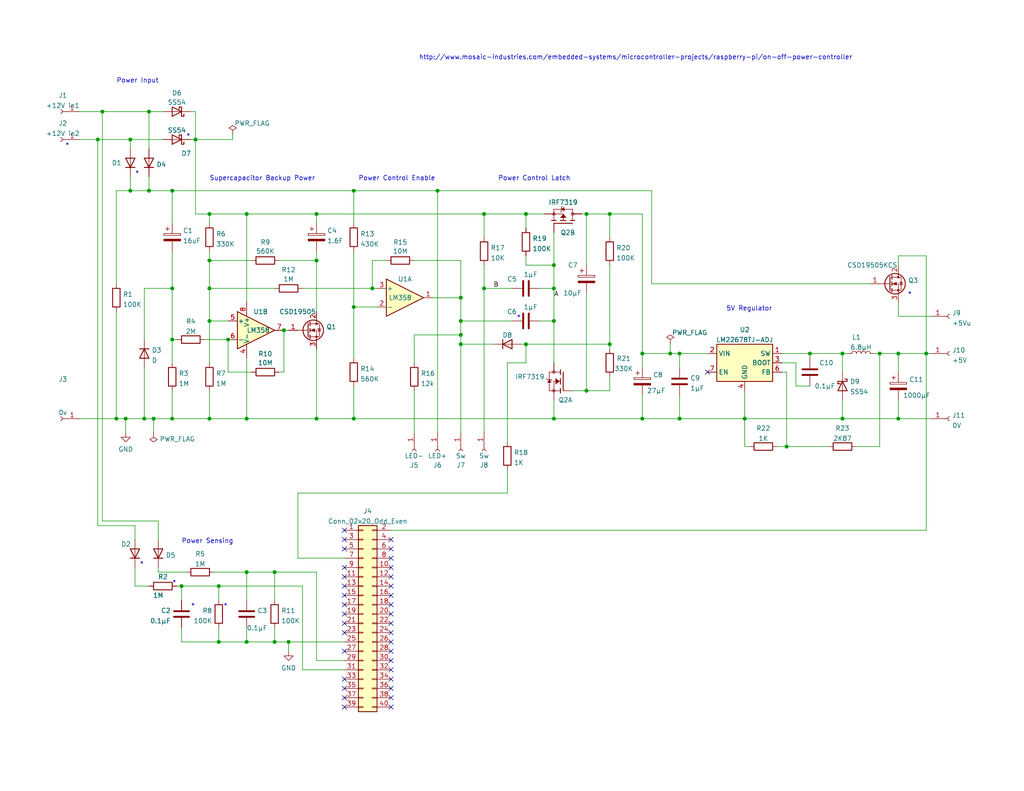
<source format=kicad_sch>
(kicad_sch (version 20211123) (generator eeschema)
  (paper "USLetter")
  (title_block (title "Graceful-Shutdown Power Supply for SBC"))
  (lib_symbols
    (symbol "Amplifier_Operational:LM358" (pin_names (offset 0.127))
      (property "Reference" "U" (at 0 5.08 0))
      (property "Value" "LM358" (at 0 -5.08 0))
      (symbol "LM358_1_1"
        (polyline (pts (xy -5.08 5.08) (xy 5.08 0) (xy -5.08 -5.08) (xy -5.08 5.08)) (stroke (width 0.254)) (fill (type background)))
        (pin output line (at 7.62 0 180) (length 2.54) (name "~") (number "1"))
        (pin input line (at -7.62 -2.54 0) (length 2.54) (name "-") (number "2"))
        (pin input line (at -7.62 2.54 0) (length 2.54) (name "+") (number "3"))
      )
      (symbol "LM358_2_1"
        (polyline (pts (xy -5.08 5.08) (xy 5.08 0) (xy -5.08 -5.08) (xy -5.08 5.08)) (stroke (width 0.254)) (fill (type background)))
        (pin input line (at -7.62 2.54 0) (length 2.54) (name "+") (number "5"))
        (pin input line (at -7.62 -2.54 0) (length 2.54) (name "-") (number "6"))
        (pin output line (at 7.62 0 180) (length 2.54) (name "~") (number "7"))
      )
      (symbol "LM358_3_1"
        (pin power_in line (at -2.54 -7.62 90) (length 3.81) (name "V-") (number "4"))
        (pin power_in line (at -2.54 7.62 270) (length 3.81) (name "V+") (number "8"))
      )
    )
    (symbol "Connector:Conn_01x01_Female" (pin_names (offset 1.016) hide)
      (property "Reference" "J" (at 0 2.54 0))
      (property "Value" "Conn_01x01_Female" (at 0 -2.54 0))
      (symbol "Conn_01x01_Female_1_1"
        (polyline (pts (xy -1.27 0) (xy -0.508 0)) (stroke (width 0.1524)))
        (arc (start 0 0.508) (mid -0.508 0) (end 0 -0.508) (stroke (width 0.1524)))
        (pin passive line (at -5.08 0 0) (length 3.81) (name "Pin_1") (number "1"))
      )
    )
    (symbol "Connector_Generic:Conn_02x20_Odd_Even" (pin_names (offset 1.016) hide)
      (property "Reference" "J" (at 1.27 25.4 0))
      (property "Value" "Conn_02x20_Odd_Even" (at 1.27 -27.94 0))
      (symbol "Conn_02x20_Odd_Even_1_1"
        (rectangle (start -1.27 -25.273) (end 0 -25.527) (stroke (width 0.1524)))
        (rectangle (start -1.27 -22.733) (end 0 -22.987) (stroke (width 0.1524)))
        (rectangle (start -1.27 -20.193) (end 0 -20.447) (stroke (width 0.1524)))
        (rectangle (start -1.27 -17.653) (end 0 -17.907) (stroke (width 0.1524)))
        (rectangle (start -1.27 -15.113) (end 0 -15.367) (stroke (width 0.1524)))
        (rectangle (start -1.27 -12.573) (end 0 -12.827) (stroke (width 0.1524)))
        (rectangle (start -1.27 -10.033) (end 0 -10.287) (stroke (width 0.1524)))
        (rectangle (start -1.27 -7.493) (end 0 -7.747) (stroke (width 0.1524)))
        (rectangle (start -1.27 -4.953) (end 0 -5.207) (stroke (width 0.1524)))
        (rectangle (start -1.27 -2.413) (end 0 -2.667) (stroke (width 0.1524)))
        (rectangle (start -1.27 0.127) (end 0 -0.127) (stroke (width 0.1524)))
        (rectangle (start -1.27 2.667) (end 0 2.413) (stroke (width 0.1524)))
        (rectangle (start -1.27 5.207) (end 0 4.953) (stroke (width 0.1524)))
        (rectangle (start -1.27 7.747) (end 0 7.493) (stroke (width 0.1524)))
        (rectangle (start -1.27 10.287) (end 0 10.033) (stroke (width 0.1524)))
        (rectangle (start -1.27 12.827) (end 0 12.573) (stroke (width 0.1524)))
        (rectangle (start -1.27 15.367) (end 0 15.113) (stroke (width 0.1524)))
        (rectangle (start -1.27 17.907) (end 0 17.653) (stroke (width 0.1524)))
        (rectangle (start -1.27 20.447) (end 0 20.193) (stroke (width 0.1524)))
        (rectangle (start -1.27 22.987) (end 0 22.733) (stroke (width 0.1524)))
        (rectangle (start -1.27 24.13) (end 3.81 -26.67) (stroke (width 0.254)) (fill (type background)))
        (rectangle (start 3.81 -25.273) (end 2.54 -25.527) (stroke (width 0.1524)))
        (rectangle (start 3.81 -22.733) (end 2.54 -22.987) (stroke (width 0.1524)))
        (rectangle (start 3.81 -20.193) (end 2.54 -20.447) (stroke (width 0.1524)))
        (rectangle (start 3.81 -17.653) (end 2.54 -17.907) (stroke (width 0.1524)))
        (rectangle (start 3.81 -15.113) (end 2.54 -15.367) (stroke (width 0.1524)))
        (rectangle (start 3.81 -12.573) (end 2.54 -12.827) (stroke (width 0.1524)))
        (rectangle (start 3.81 -10.033) (end 2.54 -10.287) (stroke (width 0.1524)))
        (rectangle (start 3.81 -7.493) (end 2.54 -7.747) (stroke (width 0.1524)))
        (rectangle (start 3.81 -4.953) (end 2.54 -5.207) (stroke (width 0.1524)))
        (rectangle (start 3.81 -2.413) (end 2.54 -2.667) (stroke (width 0.1524)))
        (rectangle (start 3.81 0.127) (end 2.54 -0.127) (stroke (width 0.1524)))
        (rectangle (start 3.81 2.667) (end 2.54 2.413) (stroke (width 0.1524)))
        (rectangle (start 3.81 5.207) (end 2.54 4.953) (stroke (width 0.1524)))
        (rectangle (start 3.81 7.747) (end 2.54 7.493) (stroke (width 0.1524)))
        (rectangle (start 3.81 10.287) (end 2.54 10.033) (stroke (width 0.1524)))
        (rectangle (start 3.81 12.827) (end 2.54 12.573) (stroke (width 0.1524)))
        (rectangle (start 3.81 15.367) (end 2.54 15.113) (stroke (width 0.1524)))
        (rectangle (start 3.81 17.907) (end 2.54 17.653) (stroke (width 0.1524)))
        (rectangle (start 3.81 20.447) (end 2.54 20.193) (stroke (width 0.1524)))
        (rectangle (start 3.81 22.987) (end 2.54 22.733) (stroke (width 0.1524)))
        (pin passive line (at -5.08 22.86 0) (length 3.81) (name "Pin_1") (number "1"))
        (pin passive line (at 7.62 12.7 180) (length 3.81) (name "Pin_10") (number "10"))
        (pin passive line (at -5.08 10.16 0) (length 3.81) (name "Pin_11") (number "11"))
        (pin passive line (at 7.62 10.16 180) (length 3.81) (name "Pin_12") (number "12"))
        (pin passive line (at -5.08 7.62 0) (length 3.81) (name "Pin_13") (number "13"))
        (pin passive line (at 7.62 7.62 180) (length 3.81) (name "Pin_14") (number "14"))
        (pin passive line (at -5.08 5.08 0) (length 3.81) (name "Pin_15") (number "15"))
        (pin passive line (at 7.62 5.08 180) (length 3.81) (name "Pin_16") (number "16"))
        (pin passive line (at -5.08 2.54 0) (length 3.81) (name "Pin_17") (number "17"))
        (pin passive line (at 7.62 2.54 180) (length 3.81) (name "Pin_18") (number "18"))
        (pin passive line (at -5.08 0 0) (length 3.81) (name "Pin_19") (number "19"))
        (pin passive line (at 7.62 22.86 180) (length 3.81) (name "Pin_2") (number "2"))
        (pin passive line (at 7.62 0 180) (length 3.81) (name "Pin_20") (number "20"))
        (pin passive line (at -5.08 -2.54 0) (length 3.81) (name "Pin_21") (number "21"))
        (pin passive line (at 7.62 -2.54 180) (length 3.81) (name "Pin_22") (number "22"))
        (pin passive line (at -5.08 -5.08 0) (length 3.81) (name "Pin_23") (number "23"))
        (pin passive line (at 7.62 -5.08 180) (length 3.81) (name "Pin_24") (number "24"))
        (pin passive line (at -5.08 -7.62 0) (length 3.81) (name "Pin_25") (number "25"))
        (pin passive line (at 7.62 -7.62 180) (length 3.81) (name "Pin_26") (number "26"))
        (pin passive line (at -5.08 -10.16 0) (length 3.81) (name "Pin_27") (number "27"))
        (pin passive line (at 7.62 -10.16 180) (length 3.81) (name "Pin_28") (number "28"))
        (pin passive line (at -5.08 -12.7 0) (length 3.81) (name "Pin_29") (number "29"))
        (pin passive line (at -5.08 20.32 0) (length 3.81) (name "Pin_3") (number "3"))
        (pin passive line (at 7.62 -12.7 180) (length 3.81) (name "Pin_30") (number "30"))
        (pin passive line (at -5.08 -15.24 0) (length 3.81) (name "Pin_31") (number "31"))
        (pin passive line (at 7.62 -15.24 180) (length 3.81) (name "Pin_32") (number "32"))
        (pin passive line (at -5.08 -17.78 0) (length 3.81) (name "Pin_33") (number "33"))
        (pin passive line (at 7.62 -17.78 180) (length 3.81) (name "Pin_34") (number "34"))
        (pin passive line (at -5.08 -20.32 0) (length 3.81) (name "Pin_35") (number "35"))
        (pin passive line (at 7.62 -20.32 180) (length 3.81) (name "Pin_36") (number "36"))
        (pin passive line (at -5.08 -22.86 0) (length 3.81) (name "Pin_37") (number "37"))
        (pin passive line (at 7.62 -22.86 180) (length 3.81) (name "Pin_38") (number "38"))
        (pin passive line (at -5.08 -25.4 0) (length 3.81) (name "Pin_39") (number "39"))
        (pin passive line (at 7.62 20.32 180) (length 3.81) (name "Pin_4") (number "4"))
        (pin passive line (at 7.62 -25.4 180) (length 3.81) (name "Pin_40") (number "40"))
        (pin passive line (at -5.08 17.78 0) (length 3.81) (name "Pin_5") (number "5"))
        (pin passive line (at 7.62 17.78 180) (length 3.81) (name "Pin_6") (number "6"))
        (pin passive line (at -5.08 15.24 0) (length 3.81) (name "Pin_7") (number "7"))
        (pin passive line (at 7.62 15.24 180) (length 3.81) (name "Pin_8") (number "8"))
        (pin passive line (at -5.08 12.7 0) (length 3.81) (name "Pin_9") (number "9"))
      )
    )
    (symbol "Device:C" (pin_numbers hide) (pin_names (offset 0.254))
      (property "Reference" "C" (at 0.635 2.54 0))
      (property "Value" "C" (at 0.635 -2.54 0))
      (symbol "C_0_1"
        (polyline (pts (xy -2.032 -0.762) (xy 2.032 -0.762)) (stroke (width 0.508)))
        (polyline (pts (xy -2.032 0.762) (xy 2.032 0.762)) (stroke (width 0.508)))
      )
      (symbol "C_1_1"
        (pin passive line (at 0 3.81 270) (length 2.794) (name "~") (number "1"))
        (pin passive line (at 0 -3.81 90) (length 2.794) (name "~") (number "2"))
      )
    )
    (symbol "Device:C_Polarized" (pin_numbers hide) (pin_names (offset 0.254))
      (property "Reference" "C" (at 0.635 2.54 0))
      (property "Value" "C_Polarized" (at 0.635 -2.54 0))
      (symbol "C_Polarized_0_1"
        (rectangle (start -2.286 0.508) (end 2.286 1.016))
        (polyline (pts (xy -1.778 2.286) (xy -0.762 2.286)))
        (polyline (pts (xy -1.27 2.794) (xy -1.27 1.778)))
        (rectangle (start 2.286 -0.508) (end -2.286 -1.016) (fill (type outline)))
      )
      (symbol "C_Polarized_1_1"
        (pin passive line (at 0 3.81 270) (length 2.794) (name "~") (number "1"))
        (pin passive line (at 0 -3.81 90) (length 2.794) (name "~") (number "2"))
      )
    )
    (symbol "Device:D" (pin_numbers hide) (pin_names (offset 1.016) hide)
      (property "Reference" "D" (at 0 2.54 0))
      (property "Value" "D" (at 0 -2.54 0))
      (symbol "D_0_1"
        (polyline (pts (xy -1.27 1.27) (xy -1.27 -1.27)) (stroke (width 0.254)))
        (polyline (pts (xy 1.27 0) (xy -1.27 0)))
        (polyline (pts (xy 1.27 1.27) (xy 1.27 -1.27) (xy -1.27 0) (xy 1.27 1.27)) (stroke (width 0.254)))
      )
      (symbol "D_1_1"
        (pin passive line (at -3.81 0 0) (length 2.54) (name "K") (number "1"))
        (pin passive line (at 3.81 0 180) (length 2.54) (name "A") (number "2"))
      )
    )
    (symbol "Device:D_Schottky" (pin_numbers hide) (pin_names (offset 1.016) hide)
      (property "Reference" "D" (at 0 2.54 0))
      (property "Value" "D_Schottky" (at 0 -2.54 0))
      (symbol "D_Schottky_0_1"
        (polyline (pts (xy 1.27 0) (xy -1.27 0)))
        (polyline (pts (xy 1.27 1.27) (xy 1.27 -1.27) (xy -1.27 0) (xy 1.27 1.27)) (stroke (width 0.254)))
        (polyline (pts (xy -1.905 0.635) (xy -1.905 1.27) (xy -1.27 1.27) (xy -1.27 -1.27) (xy -0.635 -1.27) (xy -0.635 -0.635)) (stroke (width 0.254)))
      )
      (symbol "D_Schottky_1_1"
        (pin passive line (at -3.81 0 0) (length 2.54) (name "K") (number "1"))
        (pin passive line (at 3.81 0 180) (length 2.54) (name "A") (number "2"))
      )
    )
    (symbol "Device:L" (pin_numbers hide) (pin_names (offset 1.016) hide)
      (property "Reference" "L" (at -1.27 0 90))
      (property "Value" "L" (at 1.905 0 90))
      (symbol "L_0_1"
        (arc (start 0 -2.54) (mid 0.635 -1.905) (end 0 -1.27))
        (arc (start 0 -1.27) (mid 0.635 -0.635) (end 0 0))
        (arc (start 0 0) (mid 0.635 0.635) (end 0 1.27))
        (arc (start 0 1.27) (mid 0.635 1.905) (end 0 2.54))
      )
      (symbol "L_1_1"
        (pin passive line (at 0 3.81 270) (length 1.27) (name "1") (number "1"))
        (pin passive line (at 0 -3.81 90) (length 1.27) (name "2") (number "2"))
      )
    )
    (symbol "Device:R" (pin_numbers hide) (pin_names (offset 0))
      (property "Reference" "R" (at 2.032 0 90))
      (property "Value" "R" (at 0 0 90))
      (symbol "R_0_1"
        (rectangle (start -1.016 -2.54) (end 1.016 2.54) (stroke (width 0.254)))
      )
      (symbol "R_1_1"
        (pin passive line (at 0 3.81 270) (length 1.27) (name "~") (number "1"))
        (pin passive line (at 0 -3.81 90) (length 1.27) (name "~") (number "2"))
      )
    )
    (symbol "IRF7319:IRF7319" (pin_numbers hide) (pin_names (offset 1.016) hide)
      (property "Reference" "Q" (at -11.43 2.54 0))
      (property "Value" "IRF7319" (at -11.43 -7.62 0))
      (symbol "IRF7319_1_0"
        (circle (center 0 -2.54) (radius 0.3556))
        (polyline (pts (xy -2.54 2.54) (xy -2.54 -2.54)) (stroke (width 0.254)))
        (polyline (pts (xy -1.778 -2.54) (xy -1.778 -3.175)) (stroke (width 0.254)))
        (polyline (pts (xy -1.778 -1.905) (xy -1.778 -2.54)) (stroke (width 0.254)))
        (polyline (pts (xy -1.778 0) (xy -1.778 -0.762)) (stroke (width 0.254)))
        (polyline (pts (xy -1.778 0) (xy 0 0)) (stroke (width 0.1524)))
        (polyline (pts (xy -1.778 0.762) (xy -1.778 0)) (stroke (width 0.254)))
        (polyline (pts (xy -1.778 2.54) (xy -1.778 1.905)) (stroke (width 0.254)))
        (polyline (pts (xy -1.778 2.54) (xy 1.27 2.54)) (stroke (width 0.1524)))
        (polyline (pts (xy -1.778 3.175) (xy -1.778 2.54)) (stroke (width 0.254)))
        (polyline (pts (xy 0 -2.54) (xy -1.778 -2.54)) (stroke (width 0.1524)))
        (polyline (pts (xy 0 -2.54) (xy 1.27 -2.54)) (stroke (width 0.1524)))
        (polyline (pts (xy 0 0) (xy 0 -2.54)) (stroke (width 0.1524)))
        (polyline (pts (xy 0.762 0.508) (xy 0.508 0.254)) (stroke (width 0.1524)))
        (polyline (pts (xy 1.27 0.508) (xy 0.762 0.508)) (stroke (width 0.1524)))
        (polyline (pts (xy 1.27 0.508) (xy 1.27 -2.54)) (stroke (width 0.1524)))
        (polyline (pts (xy 1.27 2.54) (xy 1.27 0.508)) (stroke (width 0.1524)))
        (polyline (pts (xy 1.778 0.508) (xy 1.27 0.508)) (stroke (width 0.1524)))
        (polyline (pts (xy 2.032 0.762) (xy 1.778 0.508)) (stroke (width 0.1524)))
        (polyline (pts (xy -1.524 0) (xy -0.508 0.762) (xy -0.508 -0.762)) (stroke (width 0.1524)) (fill (type outline)))
        (polyline (pts (xy 1.27 0.508) (xy 0.762 -0.254) (xy 1.778 -0.254)) (stroke (width 0.1524)) (fill (type outline)))
        (circle (center 0 2.54) (radius 0.3556))
        (pin passive line (at 0 -5.08 90) (length 2.54) (name "S1") (number "1"))
        (pin passive line (at -5.08 -2.54 0) (length 2.54) (name "G1") (number "2"))
        (pin passive line (at 0 5.08 270) (length 2.54) (name "D1") (number "7"))
        (pin passive line (at 0 5.08 270) (length 2.54) (name "D1") (number "8"))
      )
      (symbol "IRF7319_2_0"
        (circle (center 0 -2.54) (radius 0.3556))
        (polyline (pts (xy -2.54 -2.54) (xy -2.54 2.54)) (stroke (width 0.254)))
        (polyline (pts (xy -1.778 -3.175) (xy -1.778 -2.54)) (stroke (width 0.254)))
        (polyline (pts (xy -1.778 -2.54) (xy -1.778 -1.905)) (stroke (width 0.254)))
        (polyline (pts (xy -1.778 -2.54) (xy 0 -2.54)) (stroke (width 0.1524)))
        (polyline (pts (xy -1.778 -0.762) (xy -1.778 0)) (stroke (width 0.254)))
        (polyline (pts (xy -1.778 0) (xy -1.778 0.762)) (stroke (width 0.254)))
        (polyline (pts (xy -1.778 0) (xy 0 0)) (stroke (width 0.1524)))
        (polyline (pts (xy -1.778 1.905) (xy -1.778 2.54)) (stroke (width 0.254)))
        (polyline (pts (xy -1.778 2.54) (xy -1.778 3.175)) (stroke (width 0.254)))
        (polyline (pts (xy 0 -2.54) (xy 1.27 -2.54)) (stroke (width 0.1524)))
        (polyline (pts (xy 0 0) (xy 0 -2.54)) (stroke (width 0.1524)))
        (polyline (pts (xy 0 2.54) (xy -1.778 2.54)) (stroke (width 0.1524)))
        (polyline (pts (xy 0 2.54) (xy 1.27 2.54)) (stroke (width 0.1524)))
        (polyline (pts (xy 0.508 -0.762) (xy 0.762 -0.508)) (stroke (width 0.1524)))
        (polyline (pts (xy 0.762 -0.508) (xy 1.27 -0.508)) (stroke (width 0.1524)))
        (polyline (pts (xy 1.27 -0.508) (xy 1.27 -2.54)) (stroke (width 0.1524)))
        (polyline (pts (xy 1.27 -0.508) (xy 1.778 -0.508)) (stroke (width 0.1524)))
        (polyline (pts (xy 1.27 2.54) (xy 1.27 -0.508)) (stroke (width 0.1524)))
        (polyline (pts (xy 1.778 -0.508) (xy 2.032 -0.254)) (stroke (width 0.1524)))
        (polyline (pts (xy 0 0) (xy -1.016 0.762) (xy -1.016 -0.762)) (stroke (width 0.1524)) (fill (type outline)))
        (polyline (pts (xy 1.27 -0.508) (xy 1.778 0.254) (xy 0.762 0.254)) (stroke (width 0.1524)) (fill (type outline)))
        (circle (center 0 2.54) (radius 0.3556))
        (pin passive line (at 0 -5.08 90) (length 2.54) (name "S2") (number "3"))
        (pin passive line (at -5.08 -2.54 0) (length 2.54) (name "G2") (number "4"))
        (pin passive line (at 0 5.08 270) (length 2.54) (name "D2") (number "5"))
        (pin passive line (at 0 5.08 270) (length 2.54) (name "D2") (number "6"))
      )
    )
    (symbol "Regulator_Switching:LM22678TJ-ADJ"
      (property "Reference" "U" (at -6.35 6.35 0))
      (property "Value" "LM22678TJ-ADJ" (at 5.08 6.35 0))
      (symbol "LM22678TJ-ADJ_0_1"
        (rectangle (start -7.62 5.08) (end 7.62 -5.08) (stroke (width 0.254)) (fill (type background)))
      )
      (symbol "LM22678TJ-ADJ_1_1"
        (pin power_out line (at 10.16 2.54 180) (length 2.54) (name "SW") (number "1"))
        (pin power_in line (at -10.16 2.54 0) (length 2.54) (name "VIN") (number "2"))
        (pin passive line (at 10.16 0 180) (length 2.54) (name "BOOT") (number "3"))
        (pin power_in line (at 0 -7.62 90) (length 2.54) (name "GND") (number "4"))
        (pin no_connect line (at -7.62 0 0) (length 2.54) hide (name "NC") (number "5"))
        (pin input line (at 10.16 -2.54 180) (length 2.54) (name "FB") (number "6"))
        (pin input line (at -10.16 -2.54 0) (length 2.54) (name "EN") (number "7"))
        (pin passive line (at 0 -7.62 90) (length 2.54) hide (name "GND") (number "8"))
      )
    )
    (symbol "csd19502q5b:CSD19505KCS" (pin_names hide)
      (property "Reference" "Q" (at 5.08 1.905 0))
      (property "Value" "CSD19505KCS" (at 5.08 0 0))
      (symbol "CSD19505KCS_0_1"
        (polyline (pts (xy 0.254 0) (xy -2.54 0)))
        (polyline (pts (xy 0.254 1.905) (xy 0.254 -1.905)) (stroke (width 0.254)))
        (polyline (pts (xy 0.762 -1.27) (xy 0.762 -2.286)) (stroke (width 0.254)))
        (polyline (pts (xy 0.762 0.508) (xy 0.762 -0.508)) (stroke (width 0.254)))
        (polyline (pts (xy 0.762 2.286) (xy 0.762 1.27)) (stroke (width 0.254)))
        (polyline (pts (xy 2.54 2.54) (xy 2.54 1.778)))
        (polyline (pts (xy 2.54 -2.54) (xy 2.54 0) (xy 0.762 0)))
        (polyline (pts (xy 0.762 -1.778) (xy 3.302 -1.778) (xy 3.302 1.778) (xy 0.762 1.778)))
        (polyline (pts (xy 1.016 0) (xy 2.032 0.381) (xy 2.032 -0.381) (xy 1.016 0)) (fill (type outline)))
        (polyline (pts (xy 2.794 0.508) (xy 2.921 0.381) (xy 3.683 0.381) (xy 3.81 0.254)))
        (polyline (pts (xy 3.302 0.381) (xy 2.921 -0.254) (xy 3.683 -0.254) (xy 3.302 0.381)))
        (circle (center 1.651 0) (radius 2.794) (stroke (width 0.254)))
        (circle (center 2.54 -1.778) (radius 0.254) (fill (type outline)))
        (circle (center 2.54 1.778) (radius 0.254) (fill (type outline)))
      )
      (symbol "CSD19505KCS_1_1"
        (pin passive line (at -5.08 0 0) (length 2.54) (name "G") (number "1"))
        (pin passive line (at 2.54 5.08 270) (length 2.54) (name "D") (number "2"))
        (pin passive line (at 2.54 -5.08 90) (length 2.54) (name "S") (number "3"))
      )
    )
    (symbol "power:GND" (power) (pin_names (offset 0))
      (property "Value" "GND" (at 0 -3.81 0))
      (symbol "GND_0_1"
        (polyline (pts (xy 0 0) (xy 0 -1.27) (xy 1.27 -1.27) (xy 0 -2.54) (xy -1.27 -1.27) (xy 0 -1.27)))
      )
      (symbol "GND_1_1"
        (pin power_in line (at 0 0 270) (length 0) hide (name "GND") (number "1"))
      )
    )
    (symbol "power:PWR_FLAG" (power) (pin_numbers hide) (pin_names (offset 0) hide)
      (property "Value" "PWR_FLAG" (at 0 3.81 0))
      (symbol "PWR_FLAG_0_0"
        (pin power_out line (at 0 0 90) (length 0) (name "pwr") (number "1"))
      )
      (symbol "PWR_FLAG_0_1"
        (polyline (pts (xy 0 0) (xy 0 1.27) (xy -1.016 1.905) (xy 0 2.54) (xy 1.016 1.905) (xy 0 1.27)))
      )
    )
  )
  (junction (at 252.73 96.52))
  (junction (at 86.36 71.12))
  (junction (at 151.13 114.3))
  (junction (at 67.31 156.21))
  (junction (at 96.52 114.3))
  (junction (at 46.99 92.71))
  (junction (at 185.42 96.52))
  (junction (at 151.13 78.74))
  (junction (at 57.15 114.3))
  (junction (at 59.69 175.26))
  (junction (at 53.34 38.1))
  (junction (at 229.87 114.3))
  (junction (at 67.31 58.42))
  (junction (at 119.38 52.07))
  (junction (at 31.75 114.3))
  (junction (at 59.69 160.02))
  (junction (at 67.31 114.3))
  (junction (at 182.88 96.52))
  (junction (at 49.53 160.02))
  (junction (at 77.47 90.17))
  (junction (at 125.73 87.63))
  (junction (at 132.08 78.74))
  (junction (at 86.36 58.42))
  (junction (at 41.91 114.3))
  (junction (at 125.73 93.98))
  (junction (at 101.6 78.74))
  (junction (at 86.36 114.3))
  (junction (at 96.52 52.07))
  (junction (at 185.42 114.3))
  (junction (at 57.15 58.42))
  (junction (at 78.74 175.26))
  (junction (at 220.98 96.52))
  (junction (at 229.87 96.52))
  (junction (at 125.73 91.44))
  (junction (at 175.26 114.3))
  (junction (at 26.67 38.1))
  (junction (at 34.29 114.3))
  (junction (at 151.13 72.39))
  (junction (at 132.08 58.42))
  (junction (at 166.37 58.42))
  (junction (at 143.51 58.42))
  (junction (at 151.13 87.63))
  (junction (at 160.02 58.42))
  (junction (at 245.11 114.3))
  (junction (at 96.52 83.82))
  (junction (at 160.02 106.68))
  (junction (at 203.2 114.3))
  (junction (at 57.15 71.12))
  (junction (at 214.63 121.92))
  (junction (at 39.37 114.3))
  (junction (at 46.99 114.3))
  (junction (at 74.93 156.21))
  (junction (at 67.31 175.26))
  (junction (at 46.99 78.74))
  (junction (at 240.03 96.52))
  (junction (at 125.73 81.28))
  (junction (at 40.64 30.48))
  (junction (at 27.94 30.48))
  (junction (at 57.15 78.74))
  (junction (at 74.93 175.26))
  (junction (at 57.15 87.63))
  (junction (at 62.23 92.71))
  (junction (at 175.26 96.52))
  (junction (at 46.99 52.07))
  (junction (at 245.11 96.52))
  (junction (at 40.64 52.07))
  (junction (at 35.56 52.07))
  (junction (at 143.51 93.98))
  (junction (at 166.37 93.98))
  (junction (at 35.56 38.1))
  (no_connect (at 93.98 157.48))
  (no_connect (at 93.98 154.94))
  (no_connect (at 93.98 149.86))
  (no_connect (at 93.98 147.32))
  (no_connect (at 93.98 144.78))
  (no_connect (at 93.98 160.02))
  (no_connect (at 93.98 162.56))
  (no_connect (at 93.98 165.1))
  (no_connect (at 93.98 172.72))
  (no_connect (at 93.98 170.18))
  (no_connect (at 93.98 167.64))
  (no_connect (at 93.98 177.8))
  (no_connect (at 106.68 167.64))
  (no_connect (at 106.68 170.18))
  (no_connect (at 93.98 185.42))
  (no_connect (at 93.98 193.04))
  (no_connect (at 93.98 190.5))
  (no_connect (at 93.98 187.96))
  (no_connect (at 106.68 182.88))
  (no_connect (at 106.68 185.42))
  (no_connect (at 106.68 187.96))
  (no_connect (at 106.68 190.5))
  (no_connect (at 106.68 193.04))
  (no_connect (at 106.68 172.72))
  (no_connect (at 106.68 175.26))
  (no_connect (at 106.68 177.8))
  (no_connect (at 106.68 180.34))
  (no_connect (at 106.68 149.86))
  (no_connect (at 106.68 147.32))
  (no_connect (at 106.68 152.4))
  (no_connect (at 106.68 162.56))
  (no_connect (at 106.68 165.1))
  (no_connect (at 106.68 154.94))
  (no_connect (at 106.68 157.48))
  (no_connect (at 106.68 160.02))
  (no_connect (at 193.04 101.6))
  (wire (pts (xy 226.06 121.92) (xy 214.63 121.92)))
  (wire (pts (xy 62.23 87.63) (xy 57.15 87.63)))
  (wire (pts (xy 125.73 71.12) (xy 125.73 81.28)))
  (wire (pts (xy 143.51 58.42) (xy 148.59 58.42)))
  (wire (pts (xy 67.31 156.21) (xy 74.93 156.21)))
  (wire (pts (xy 74.93 175.26) (xy 78.74 175.26)))
  (wire (pts (xy 160.02 58.42) (xy 160.02 72.39)))
  (wire (pts (xy 101.6 71.12) (xy 101.6 78.74)))
  (wire (pts (xy 96.52 83.82) (xy 96.52 97.79)))
  (wire (pts (xy 245.11 82.55) (xy 245.11 86.36)))
  (wire (pts (xy 213.36 101.6) (xy 214.63 101.6)))
  (wire (pts (xy 245.11 101.6) (xy 245.11 96.52)))
  (wire (pts (xy 35.56 52.07) (xy 40.64 52.07)))
  (wire (pts (xy 57.15 58.42) (xy 53.34 58.42)))
  (wire (pts (xy 74.93 163.83) (xy 74.93 156.21)))
  (wire (pts (xy 26.67 38.1) (xy 35.56 38.1)))
  (wire (pts (xy 86.36 114.3) (xy 96.52 114.3)))
  (wire (pts (xy 67.31 175.26) (xy 74.93 175.26)))
  (wire (pts (xy 49.53 171.45) (xy 49.53 175.26)))
  (wire (pts (xy 166.37 58.42) (xy 175.26 58.42)))
  (wire (pts (xy 125.73 91.44) (xy 125.73 87.63)))
  (wire (pts (xy 58.42 156.21) (xy 67.31 156.21)))
  (wire (pts (xy 57.15 87.63) (xy 57.15 99.06)))
  (wire (pts (xy 46.99 68.58) (xy 46.99 78.74)))
  (wire (pts (xy 166.37 72.39) (xy 166.37 93.98)))
  (wire (pts (xy 185.42 100.33) (xy 185.42 96.52)))
  (wire (pts (xy 237.49 77.47) (xy 177.8 77.47)))
  (wire (pts (xy 182.88 93.98) (xy 182.88 96.52)))
  (wire (pts (xy 68.58 101.6) (xy 62.23 101.6)))
  (wire (pts (xy 43.18 156.21) (xy 43.18 154.94)))
  (wire (pts (xy 62.23 101.6) (xy 62.23 92.71)))
  (wire (pts (xy 35.56 38.1) (xy 44.45 38.1)))
  (wire (pts (xy 203.2 121.92) (xy 203.2 114.3)))
  (wire (pts (xy 175.26 114.3) (xy 175.26 107.95)))
  (wire (pts (xy 39.37 100.33) (xy 39.37 114.3)))
  (wire (pts (xy 214.63 101.6) (xy 214.63 121.92)))
  (wire (pts (xy 39.37 114.3) (xy 41.91 114.3)))
  (wire (pts (xy 132.08 58.42) (xy 132.08 64.77)))
  (wire (pts (xy 233.68 121.92) (xy 240.03 121.92)))
  (wire (pts (xy 147.32 87.63) (xy 151.13 87.63)))
  (wire (pts (xy 143.51 72.39) (xy 151.13 72.39)))
  (wire (pts (xy 86.36 58.42) (xy 132.08 58.42)))
  (wire (pts (xy 41.91 114.3) (xy 46.99 114.3)))
  (wire (pts (xy 245.11 69.85) (xy 245.11 72.39)))
  (wire (pts (xy 96.52 52.07) (xy 119.38 52.07)))
  (wire (pts (xy 57.15 60.96) (xy 57.15 58.42)))
  (wire (pts (xy 119.38 52.07) (xy 119.38 118.11)))
  (wire (pts (xy 76.2 101.6) (xy 77.47 101.6)))
  (wire (pts (xy 46.99 92.71) (xy 46.99 99.06)))
  (wire (pts (xy 113.03 91.44) (xy 113.03 99.06)))
  (wire (pts (xy 143.51 93.98) (xy 166.37 93.98)))
  (wire (pts (xy 245.11 109.22) (xy 245.11 114.3)))
  (wire (pts (xy 125.73 87.63) (xy 139.7 87.63)))
  (wire (pts (xy 67.31 58.42) (xy 57.15 58.42)))
  (wire (pts (xy 101.6 78.74) (xy 102.87 78.74)))
  (wire (pts (xy 67.31 163.83) (xy 67.31 156.21)))
  (wire (pts (xy 49.53 163.83) (xy 49.53 160.02)))
  (wire (pts (xy 49.53 175.26) (xy 59.69 175.26)))
  (wire (pts (xy 125.73 93.98) (xy 125.73 118.11)))
  (wire (pts (xy 26.67 143.51) (xy 36.83 143.51)))
  (wire (pts (xy 125.73 81.28) (xy 125.73 87.63)))
  (wire (pts (xy 86.36 71.12) (xy 86.36 85.09)))
  (wire (pts (xy 68.58 71.12) (xy 57.15 71.12)))
  (wire (pts (xy 39.37 78.74) (xy 39.37 92.71)))
  (wire (pts (xy 118.11 81.28) (xy 125.73 81.28)))
  (wire (pts (xy 31.75 52.07) (xy 35.56 52.07)))
  (wire (pts (xy 53.34 58.42) (xy 53.34 38.1)))
  (wire (pts (xy 160.02 58.42) (xy 166.37 58.42)))
  (wire (pts (xy 78.74 175.26) (xy 78.74 177.8)))
  (wire (pts (xy 57.15 106.68) (xy 57.15 114.3)))
  (wire (pts (xy 67.31 97.79) (xy 67.31 114.3)))
  (wire (pts (xy 182.88 96.52) (xy 185.42 96.52)))
  (wire (pts (xy 245.11 96.52) (xy 252.73 96.52)))
  (wire (pts (xy 134.62 93.98) (xy 125.73 93.98)))
  (wire (pts (xy 53.34 38.1) (xy 53.34 30.48)))
  (wire (pts (xy 254 114.3) (xy 245.11 114.3)))
  (wire (pts (xy 34.29 118.11) (xy 34.29 114.3)))
  (wire (pts (xy 203.2 106.68) (xy 203.2 114.3)))
  (wire (pts (xy 27.94 30.48) (xy 27.94 142.24)))
  (wire (pts (xy 93.98 182.88) (xy 82.55 182.88)))
  (wire (pts (xy 166.37 102.87) (xy 166.37 106.68)))
  (wire (pts (xy 35.56 38.1) (xy 35.56 40.64)))
  (wire (pts (xy 151.13 63.5) (xy 151.13 72.39)))
  (wire (pts (xy 132.08 78.74) (xy 132.08 118.11)))
  (wire (pts (xy 82.55 182.88) (xy 82.55 160.02)))
  (wire (pts (xy 138.43 120.65) (xy 138.43 99.06)))
  (wire (pts (xy 53.34 38.1) (xy 63.5 38.1)))
  (wire (pts (xy 151.13 109.22) (xy 151.13 114.3)))
  (wire (pts (xy 245.11 114.3) (xy 229.87 114.3)))
  (wire (pts (xy 160.02 80.01) (xy 160.02 106.68)))
  (wire (pts (xy 220.98 96.52) (xy 229.87 96.52)))
  (wire (pts (xy 229.87 101.6) (xy 229.87 96.52)))
  (wire (pts (xy 113.03 91.44) (xy 125.73 91.44)))
  (wire (pts (xy 57.15 78.74) (xy 57.15 87.63)))
  (wire (pts (xy 46.99 78.74) (xy 46.99 92.71)))
  (wire (pts (xy 86.36 95.25) (xy 86.36 114.3)))
  (wire (pts (xy 86.36 60.96) (xy 86.36 58.42)))
  (wire (pts (xy 49.53 160.02) (xy 59.69 160.02)))
  (wire (pts (xy 74.93 78.74) (xy 57.15 78.74)))
  (wire (pts (xy 36.83 154.94) (xy 36.83 160.02)))
  (wire (pts (xy 43.18 147.32) (xy 43.18 142.24)))
  (wire (pts (xy 27.94 30.48) (xy 40.64 30.48)))
  (wire (pts (xy 245.11 96.52) (xy 240.03 96.52)))
  (wire (pts (xy 177.8 52.07) (xy 177.8 77.47)))
  (wire (pts (xy 143.51 62.23) (xy 143.51 58.42)))
  (wire (pts (xy 96.52 60.96) (xy 96.52 52.07)))
  (wire (pts (xy 214.63 121.92) (xy 212.09 121.92)))
  (wire (pts (xy 34.29 114.3) (xy 39.37 114.3)))
  (wire (pts (xy 217.17 105.41) (xy 217.17 99.06)))
  (wire (pts (xy 142.24 93.98) (xy 143.51 93.98)))
  (wire (pts (xy 57.15 68.58) (xy 57.15 71.12)))
  (wire (pts (xy 151.13 78.74) (xy 151.13 87.63)))
  (wire (pts (xy 151.13 87.63) (xy 151.13 99.06)))
  (wire (pts (xy 125.73 91.44) (xy 125.73 93.98)))
  (wire (pts (xy 151.13 72.39) (xy 151.13 78.74)))
  (wire (pts (xy 147.32 78.74) (xy 151.13 78.74)))
  (wire (pts (xy 21.59 38.1) (xy 26.67 38.1)))
  (wire (pts (xy 138.43 134.62) (xy 138.43 128.27)))
  (wire (pts (xy 40.64 48.26) (xy 40.64 52.07)))
  (wire (pts (xy 113.03 106.68) (xy 113.03 118.11)))
  (wire (pts (xy 156.21 106.68) (xy 160.02 106.68)))
  (wire (pts (xy 77.47 101.6) (xy 77.47 90.17)))
  (wire (pts (xy 93.98 152.4) (xy 81.28 152.4)))
  (wire (pts (xy 102.87 83.82) (xy 96.52 83.82)))
  (wire (pts (xy 41.91 118.11) (xy 41.91 114.3)))
  (wire (pts (xy 175.26 114.3) (xy 185.42 114.3)))
  (wire (pts (xy 36.83 143.51) (xy 36.83 147.32)))
  (wire (pts (xy 21.59 30.48) (xy 27.94 30.48)))
  (wire (pts (xy 48.26 160.02) (xy 49.53 160.02)))
  (wire (pts (xy 31.75 52.07) (xy 31.75 77.47)))
  (wire (pts (xy 213.36 96.52) (xy 220.98 96.52)))
  (wire (pts (xy 252.73 96.52) (xy 254 96.52)))
  (wire (pts (xy 138.43 99.06) (xy 143.51 99.06)))
  (wire (pts (xy 229.87 114.3) (xy 203.2 114.3)))
  (wire (pts (xy 220.98 97.79) (xy 220.98 96.52)))
  (wire (pts (xy 40.64 30.48) (xy 44.45 30.48)))
  (wire (pts (xy 67.31 82.55) (xy 67.31 58.42)))
  (wire (pts (xy 46.99 78.74) (xy 39.37 78.74)))
  (wire (pts (xy 76.2 71.12) (xy 86.36 71.12)))
  (wire (pts (xy 21.59 114.3) (xy 31.75 114.3)))
  (wire (pts (xy 96.52 68.58) (xy 96.52 83.82)))
  (wire (pts (xy 143.51 99.06) (xy 143.51 93.98)))
  (wire (pts (xy 166.37 106.68) (xy 160.02 106.68)))
  (wire (pts (xy 252.73 96.52) (xy 252.73 69.85)))
  (wire (pts (xy 96.52 114.3) (xy 151.13 114.3)))
  (wire (pts (xy 27.94 142.24) (xy 43.18 142.24)))
  (wire (pts (xy 220.98 105.41) (xy 217.17 105.41)))
  (wire (pts (xy 106.68 144.78) (xy 252.73 144.78)))
  (wire (pts (xy 82.55 78.74) (xy 101.6 78.74)))
  (wire (pts (xy 143.51 69.85) (xy 143.51 72.39)))
  (wire (pts (xy 36.83 160.02) (xy 40.64 160.02)))
  (wire (pts (xy 185.42 114.3) (xy 203.2 114.3)))
  (wire (pts (xy 77.47 90.17) (xy 78.74 90.17)))
  (wire (pts (xy 166.37 64.77) (xy 166.37 58.42)))
  (wire (pts (xy 52.07 30.48) (xy 53.34 30.48)))
  (wire (pts (xy 40.64 52.07) (xy 46.99 52.07)))
  (wire (pts (xy 46.99 106.68) (xy 46.99 114.3)))
  (wire (pts (xy 240.03 121.92) (xy 240.03 96.52)))
  (wire (pts (xy 59.69 175.26) (xy 67.31 175.26)))
  (wire (pts (xy 46.99 52.07) (xy 46.99 60.96)))
  (wire (pts (xy 132.08 58.42) (xy 143.51 58.42)))
  (wire (pts (xy 86.36 180.34) (xy 86.36 156.21)))
  (wire (pts (xy 50.8 156.21) (xy 43.18 156.21)))
  (wire (pts (xy 252.73 69.85) (xy 245.11 69.85)))
  (wire (pts (xy 74.93 171.45) (xy 74.93 175.26)))
  (wire (pts (xy 229.87 109.22) (xy 229.87 114.3)))
  (wire (pts (xy 26.67 38.1) (xy 26.67 143.51)))
  (wire (pts (xy 193.04 96.52) (xy 185.42 96.52)))
  (wire (pts (xy 229.87 96.52) (xy 231.14 96.52)))
  (wire (pts (xy 96.52 105.41) (xy 96.52 114.3)))
  (wire (pts (xy 139.7 78.74) (xy 132.08 78.74)))
  (wire (pts (xy 57.15 71.12) (xy 57.15 78.74)))
  (wire (pts (xy 31.75 85.09) (xy 31.75 114.3)))
  (wire (pts (xy 105.41 71.12) (xy 101.6 71.12)))
  (wire (pts (xy 67.31 114.3) (xy 86.36 114.3)))
  (wire (pts (xy 86.36 58.42) (xy 67.31 58.42)))
  (wire (pts (xy 175.26 96.52) (xy 182.88 96.52)))
  (wire (pts (xy 35.56 48.26) (xy 35.56 52.07)))
  (wire (pts (xy 46.99 114.3) (xy 57.15 114.3)))
  (wire (pts (xy 175.26 114.3) (xy 151.13 114.3)))
  (wire (pts (xy 31.75 114.3) (xy 34.29 114.3)))
  (wire (pts (xy 57.15 114.3) (xy 67.31 114.3)))
  (wire (pts (xy 252.73 96.52) (xy 252.73 144.78)))
  (wire (pts (xy 238.76 96.52) (xy 240.03 96.52)))
  (wire (pts (xy 62.23 92.71) (xy 55.88 92.71)))
  (wire (pts (xy 158.75 58.42) (xy 160.02 58.42)))
  (wire (pts (xy 46.99 52.07) (xy 96.52 52.07)))
  (wire (pts (xy 113.03 71.12) (xy 125.73 71.12)))
  (wire (pts (xy 185.42 107.95) (xy 185.42 114.3)))
  (wire (pts (xy 175.26 58.42) (xy 175.26 96.52)))
  (wire (pts (xy 86.36 68.58) (xy 86.36 71.12)))
  (wire (pts (xy 81.28 134.62) (xy 138.43 134.62)))
  (wire (pts (xy 132.08 72.39) (xy 132.08 78.74)))
  (wire (pts (xy 93.98 180.34) (xy 86.36 180.34)))
  (wire (pts (xy 74.93 156.21) (xy 86.36 156.21)))
  (wire (pts (xy 217.17 99.06) (xy 213.36 99.06)))
  (wire (pts (xy 48.26 92.71) (xy 46.99 92.71)))
  (wire (pts (xy 78.74 175.26) (xy 93.98 175.26)))
  (wire (pts (xy 59.69 160.02) (xy 82.55 160.02)))
  (wire (pts (xy 175.26 96.52) (xy 175.26 100.33)))
  (wire (pts (xy 59.69 171.45) (xy 59.69 175.26)))
  (wire (pts (xy 40.64 30.48) (xy 40.64 40.64)))
  (wire (pts (xy 81.28 152.4) (xy 81.28 134.62)))
  (wire (pts (xy 204.47 121.92) (xy 203.2 121.92)))
  (wire (pts (xy 119.38 52.07) (xy 177.8 52.07)))
  (wire (pts (xy 63.5 38.1) (xy 63.5 36.83)))
  (wire (pts (xy 59.69 163.83) (xy 59.69 160.02)))
  (wire (pts (xy 245.11 86.36) (xy 254 86.36)))
  (wire (pts (xy 166.37 95.25) (xy 166.37 93.98)))
  (wire (pts (xy 52.07 38.1) (xy 53.34 38.1)))
  (wire (pts (xy 67.31 171.45) (xy 67.31 175.26)))
  (text "http://www.mosaic-industries.com/embedded-systems/microcontroller-projects/raspberry-pi/on-off-power-controller" (at 114.3 16.51 0) (effects (font (size 1.27 1.27)) (justify left bottom)))
  (text "*" (at 60.96 166.37 0) (effects (font (size 1.27 1.27)) (justify left bottom)))
  (text "*" (at 36.83 48.26 0) (effects (font (size 1.27 1.27)) (justify left bottom)))
  (text "Power Control Latch" (at 135.89 49.53 0) (effects (font (size 1.27 1.27)) (justify left bottom)))
  (text "*" (at 140.97 87.63 0) (effects (font (size 1.27 1.27)) (justify left bottom)))
  (text "*" (at 247.65 81.28 0) (effects (font (size 1.27 1.27)) (justify left bottom)))
  (text "*" (at 46.99 160.02 0) (effects (font (size 1.27 1.27)) (justify left bottom)))
  (text "*" (at 38.1 154.94 0) (effects (font (size 1.27 1.27)) (justify left bottom)))
  (text "Supercapacitor Backup Power" (at 57.15 49.53 0) (effects (font (size 1.27 1.27)) (justify left bottom)))
  (text "*" (at 50.8 38.1 0) (effects (font (size 1.27 1.27)) (justify left bottom)))
  (text "5V Regulator" (at 198.12 85.09 0) (effects (font (size 1.27 1.27)) (justify left bottom)))
  (text "*" (at 52.07 166.37 0) (effects (font (size 1.27 1.27)) (justify left bottom)))
  (text "Power Input\n" (at 31.75 22.86 0) (effects (font (size 1.27 1.27)) (justify left bottom)))
  (text "Power Control Enable" (at 97.79 49.53 0) (effects (font (size 1.27 1.27)) (justify left bottom)))
  (text "*" (at 17.78 40.64 0) (effects (font (size 1.27 1.27)) (justify left bottom)))
  (text "Power Sensing\n" (at 49.53 148.59 0) (effects (font (size 1.27 1.27)) (justify left bottom)))
  (label "B" (at 134.62 78.74 0))
  (label "A" (at 151.13 81.28 0))
  (symbol (lib_id "Connector:Conn_01x01_Female") (at 113.03 123.19 90) (mirror x) (unit 1)
    (property "Reference" "J5" (at 113.03 127 90))
    (property "Value" "LED-" (at 113.03 124.46 90))
    (property "Footprint" "my_extras:SolderConnector" (effects hide))
  )
  (symbol (lib_id "power:GND") (at 34.29 118.11 0) (unit 1)
    (property "Reference" "#PWR01" (effects hide))
    (property "Value" "GND" (at 34.29 122.6725 0))
  )
  (symbol (lib_id "Device:R") (at 59.69 167.64 0) (mirror x) (unit 1)
    (property "Reference" "R8" (at 57.912 166.7315 0) (effects (justify right)))
    (property "Value" "100K" (at 57.912 169.5066 0) (effects (justify right)))
    (property "Footprint" "Resistor_THT:R_Axial_DIN0207_L6.3mm_D2.5mm_P10.16mm_Horizontal" (effects hide))
  )
  (symbol (lib_id "Device:R") (at 31.75 81.28 0) (unit 1)
    (property "Reference" "R1" (at 33.528 80.3715 0) (effects (justify left)))
    (property "Value" "100K" (at 33.528 83.1466 0) (effects (justify left)))
    (property "Footprint" "Resistor_THT:R_Axial_DIN0207_L6.3mm_D2.5mm_P10.16mm_Horizontal" (effects hide))
  )
  (symbol (lib_id "Device:D") (at 39.37 96.52 270) (unit 1)
    (property "Reference" "D3" (at 41.402 95.6115 90) (effects (justify left)))
    (property "Value" "D" (at 41.402 98.3866 90) (effects (justify left)))
    (property "Footprint" "Diode_THT:D_A-405_P7.62mm_Horizontal" (effects hide))
    (property "Spice_Primitive" "D" (effects hide))
    (property "Spice_Model" "D1N4148_1" (effects hide))
    (property "Spice_Netlist_Enabled" "Y" (effects hide))
    (property "Spice_Lib_File" "spice/my_spice.lib" (effects hide))
    (property "Spice_Node_Sequence" "2 1" (effects hide))
  )
  (symbol (lib_id "Device:R") (at 74.93 167.64 180) (unit 1)
    (property "Reference" "R11" (at 76.708 166.7315 0) (effects (justify right)))
    (property "Value" "100K" (at 76.708 169.5066 0) (effects (justify right)))
    (property "Footprint" "Resistor_THT:R_Axial_DIN0207_L6.3mm_D2.5mm_P10.16mm_Horizontal" (effects hide))
  )
  (symbol (lib_id "Device:R") (at 78.74 78.74 90) (unit 1)
    (property "Reference" "R12" (at 78.74 73.66 90))
    (property "Value" "1M" (at 78.74 76.2 90))
    (property "Footprint" "Resistor_THT:R_Axial_DIN0207_L6.3mm_D2.5mm_P10.16mm_Horizontal" (effects hide))
  )
  (symbol (lib_id "Device:R") (at 57.15 64.77 0) (unit 1)
    (property "Reference" "R6" (at 58.928 63.8615 0) (effects (justify left)))
    (property "Value" "330K" (at 58.928 66.6366 0) (effects (justify left)))
    (property "Footprint" "Resistor_THT:R_Axial_DIN0207_L6.3mm_D2.5mm_P10.16mm_Horizontal" (effects hide))
  )
  (symbol (lib_id "Device:R") (at 138.43 124.46 0) (unit 1)
    (property "Reference" "R18" (at 140.208 123.5515 0) (effects (justify left)))
    (property "Value" "1K" (at 140.208 126.3266 0) (effects (justify left)))
    (property "Footprint" "Resistor_THT:R_Axial_DIN0207_L6.3mm_D2.5mm_P10.16mm_Horizontal" (effects hide))
  )
  (symbol (lib_id "Device:R") (at 166.37 99.06 0) (unit 1)
    (property "Reference" "R21" (at 170.18 97.8875 0))
    (property "Value" "330K" (at 170.18 100.6626 0))
    (property "Footprint" "Resistor_THT:R_Axial_DIN0207_L6.3mm_D2.5mm_P10.16mm_Horizontal" (effects hide))
  )
  (symbol (lib_id "Amplifier_Operational:LM358") (at 110.49 81.28 0) (unit 1)
    (property "Reference" "U1" (at 110.49 76.2 0))
    (property "Value" "LM358" (at 109.22 81.28 0))
    (property "Footprint" "Package_DIP:DIP-8_W7.62mm" (effects hide))
    (property "Datasheet" "http://www.ti.com/lit/ds/symlink/lm2904-n.pdf" (effects hide))
  )
  (symbol (lib_id "power:GND") (at 78.74 177.8 0) (unit 1)
    (property "Reference" "#PWR02" (effects hide))
    (property "Value" "GND" (at 78.74 182.3625 0))
  )
  (symbol (lib_id "Device:R") (at 44.45 160.02 90) (unit 1)
    (property "Reference" "R2" (at 44.45 157.48 90))
    (property "Value" "1M" (at 43.18 162.56 90))
    (property "Footprint" "Resistor_THT:R_Axial_DIN0207_L6.3mm_D2.5mm_P10.16mm_Horizontal" (effects hide))
  )
  (symbol (lib_id "Device:C") (at 49.53 167.64 0) (mirror x) (unit 1)
    (property "Reference" "C2" (at 46.6091 166.7315 0) (effects (justify right)))
    (property "Value" "0.1μF" (at 46.6091 169.5066 0) (effects (justify right)))
    (property "Footprint" "Capacitor_THT:C_Disc_D5.0mm_W2.5mm_P2.50mm" (effects hide))
  )
  (symbol (lib_id "Device:C") (at 185.42 104.14 0) (unit 1)
    (property "Reference" "C9" (at 188.341 103.2315 0) (effects (justify left)))
    (property "Value" "1μF" (at 188.341 106.0066 0) (effects (justify left)))
    (property "Footprint" "Capacitor_THT:C_Disc_D7.5mm_W2.5mm_P5.00mm" (effects hide))
  )
  (symbol (lib_id "Device:D") (at 35.56 44.45 90) (unit 1)
    (property "Reference" "D1" (at 30.48 44.45 90) (effects (justify right)))
    (property "Value" "D" (effects hide))
    (property "Footprint" "Diode_THT:D_A-405_P7.62mm_Horizontal" (effects hide))
  )
  (symbol (lib_id "csd19502q5b:CSD19505KCS") (at 242.57 77.47 0) (unit 1)
    (property "Reference" "Q3" (at 247.777 76.5615 0) (effects (justify left)))
    (property "Value" "CSD19505KCS" (at 231.14 72.39 0) (effects (justify left)))
    (property "Footprint" "Package_TO_SOT_THT:TO-220-3_Vertical" (effects hide))
    (property "Datasheet" "https://www.ti.com/lit/gpn/csd19505kcs" (effects hide))
  )
  (symbol (lib_id "power:PWR_FLAG") (at 41.91 118.11 180) (unit 1)
    (property "Reference" "#FLG01" (effects hide))
    (property "Value" "PWR_FLAG" (at 43.561 119.859 0) (effects (justify right)))
  )
  (symbol (lib_id "Connector:Conn_01x01_Female") (at 125.73 123.19 90) (mirror x) (unit 1)
    (property "Reference" "J7" (at 125.73 127 90))
    (property "Value" "Sw" (at 125.73 124.46 90))
    (property "Footprint" "my_extras:SolderConnector" (effects hide))
  )
  (symbol (lib_id "Device:R") (at 96.52 64.77 0) (unit 1)
    (property "Reference" "R13" (at 98.298 63.8615 0) (effects (justify left)))
    (property "Value" "430K" (at 98.298 66.6366 0) (effects (justify left)))
    (property "Footprint" "Resistor_THT:R_Axial_DIN0207_L6.3mm_D2.5mm_P10.16mm_Horizontal" (effects hide))
  )
  (symbol (lib_id "Device:C") (at 143.51 87.63 270) (unit 1)
    (property "Reference" "C6" (at 139.7 85.09 90))
    (property "Value" "1μF" (at 144.78 83.82 90))
    (property "Footprint" "Capacitor_THT:C_Disc_D7.5mm_W2.5mm_P5.00mm" (effects hide))
  )
  (symbol (lib_id "Device:L") (at 234.95 96.52 90) (unit 1)
    (property "Reference" "L1" (at 233.68 92.0455 90))
    (property "Value" "6.8μH" (at 234.95 94.8206 90))
    (property "Footprint" "Inductor_SMD:L_Bourns-SRU1028_10.0x10.0mm" (effects hide))
  )
  (symbol (lib_id "Device:C_Polarized") (at 86.36 64.77 0) (unit 1)
    (property "Reference" "C4" (at 89.281 62.9725 0) (effects (justify left)))
    (property "Value" "1.6F" (at 89.281 65.7476 0) (effects (justify left)))
    (property "Footprint" "my_extras:SuperCapacitor Module" (effects hide))
  )
  (symbol (lib_id "Device:D_Schottky") (at 48.26 30.48 180) (unit 1)
    (property "Reference" "D6" (at 48.26 25.4 0))
    (property "Value" "SS54" (at 48.26 27.94 0))
    (property "Footprint" "my_extras:DO-214AC" (effects hide))
  )
  (symbol (lib_id "Device:R") (at 52.07 92.71 90) (unit 1)
    (property "Reference" "R4" (at 52.07 87.7275 90))
    (property "Value" "2M" (at 52.07 90.5026 90))
    (property "Footprint" "Resistor_THT:R_Axial_DIN0207_L6.3mm_D2.5mm_P10.16mm_Horizontal" (effects hide))
  )
  (symbol (lib_id "Device:R") (at 46.99 102.87 0) (unit 1)
    (property "Reference" "R3" (at 48.768 101.9615 0) (effects (justify left)))
    (property "Value" "1M" (at 48.768 104.7366 0) (effects (justify left)))
    (property "Footprint" "Resistor_THT:R_Axial_DIN0207_L6.3mm_D2.5mm_P10.16mm_Horizontal" (effects hide))
    (property "Spice_Primitive" "R" (effects hide))
    (property "Spice_Model" "1Meg" (effects hide))
    (property "Spice_Netlist_Enabled" "Y" (effects hide))
  )
  (symbol (lib_id "Device:R") (at 57.15 102.87 0) (unit 1)
    (property "Reference" "R7" (at 58.928 101.9615 0) (effects (justify left)))
    (property "Value" "1M" (at 58.928 104.7366 0) (effects (justify left)))
    (property "Footprint" "Resistor_THT:R_Axial_DIN0207_L6.3mm_D2.5mm_P10.16mm_Horizontal" (effects hide))
  )
  (symbol (lib_id "Amplifier_Operational:LM358") (at 69.85 90.17 0) (unit 3)
    (property "Reference" "U1" (effects hide))
    (property "Value" "LM358" (at 67.31 90.17 0) (effects (justify left)))
    (property "Footprint" "Package_DIP:DIP-8_W7.62mm" (effects hide))
    (property "Datasheet" "http://www.ti.com/lit/ds/symlink/lm2904-n.pdf" (effects hide))
  )
  (symbol (lib_id "Device:R") (at 72.39 71.12 90) (unit 1)
    (property "Reference" "R9" (at 72.39 66.1375 90))
    (property "Value" "560K" (at 72.39 68.58 90))
    (property "Footprint" "Resistor_THT:R_Axial_DIN0207_L6.3mm_D2.5mm_P10.16mm_Horizontal" (effects hide))
  )
  (symbol (lib_id "Device:C") (at 220.98 101.6 180) (unit 1)
    (property "Reference" "C10" (at 223.52 99.06 0) (effects (justify right)))
    (property "Value" "0.1μF" (at 222.25 105.41 0) (effects (justify right)))
    (property "Footprint" "Capacitor_THT:C_Disc_D5.0mm_W2.5mm_P2.50mm" (effects hide))
  )
  (symbol (lib_id "Device:D_Schottky") (at 48.26 38.1 180) (unit 1)
    (property "Reference" "D7" (at 50.8 41.91 0))
    (property "Value" "SS54" (at 48.26 35.56 0))
    (property "Footprint" "my_extras:DO-214AC" (effects hide))
  )
  (symbol (lib_id "Regulator_Switching:LM22678TJ-ADJ") (at 203.2 99.06 0) (unit 1)
    (property "Reference" "U2" (at 203.2 90.0135 0))
    (property "Value" "LM22678TJ-ADJ" (at 203.2 92.7886 0))
    (property "Footprint" "Package_TO_SOT_SMD:TO-263-7_TabPin8" (effects hide))
    (property "Datasheet" "https://www.ti.com/lit/ds/symlink/lm22678.pdf" (effects hide))
  )
  (symbol (lib_id "Connector:Conn_01x01_Female") (at 132.08 123.19 90) (mirror x) (unit 1)
    (property "Reference" "J8" (at 132.08 127 90))
    (property "Value" "Sw" (at 132.08 124.46 90))
    (property "Footprint" "my_extras:SolderConnector" (effects hide))
  )
  (symbol (lib_id "Amplifier_Operational:LM358") (at 69.85 90.17 0) (unit 2)
    (property "Reference" "U1" (at 71.12 85.09 0))
    (property "Value" "LM358" (effects hide))
    (property "Footprint" "Package_DIP:DIP-8_W7.62mm" (effects hide))
    (property "Datasheet" "http://www.ti.com/lit/ds/symlink/lm2904-n.pdf" (effects hide))
  )
  (symbol (lib_id "Connector:Conn_01x01_Female") (at 259.08 86.36 0) (unit 1)
    (property "Reference" "J9" (at 259.7912 85.4515 0) (effects (justify left)))
    (property "Value" "+5Vu" (at 259.7912 88.2266 0) (effects (justify left)))
    (property "Footprint" "my_extras:SolderConnector - HighCurrent" (effects hide))
  )
  (symbol (lib_id "Device:C") (at 67.31 167.64 0) (unit 1)
    (property "Reference" "C3" (at 70.231 166.7315 0) (effects (justify left)))
    (property "Value" "0.1μF" (at 67.31 171.45 0) (effects (justify left)))
    (property "Footprint" "Capacitor_THT:C_Disc_D5.0mm_W2.5mm_P2.50mm" (effects hide))
  )
  (symbol (lib_id "IRF7319:IRF7319") (at 151.13 104.14 0) (mirror y) (unit 1)
    (property "Reference" "Q2" (at 156.21 109.22 0) (effects (justify left)))
    (property "Value" "IRF7319" (at 148.59 102.87 0) (effects (justify left)))
    (property "Footprint" "my_extras:SOIC127P600X175-8N" (effects hide))
    (property "Datasheet" "None" (effects hide))
    (property "Field4" "SOIC-8 International Rectifier" (effects hide))
    (property "Field5" "Infineon Technologies" (effects hide))
    (property "Field6" "30V Dual N- and P- Channel HEXFET Power MOSFET in a SO-8 package" (effects hide))
    (property "Field7" "Unavailable" (effects hide))
    (property "Field8" "IRF7319" (effects hide))
  )
  (symbol (lib_id "Device:R") (at 109.22 71.12 90) (unit 1)
    (property "Reference" "R15" (at 109.22 66.1375 90))
    (property "Value" "10M" (at 109.22 68.58 90))
    (property "Footprint" "Resistor_THT:R_Axial_DIN0207_L6.3mm_D2.5mm_P10.16mm_Horizontal" (effects hide))
  )
  (symbol (lib_id "Device:D") (at 138.43 93.98 0) (unit 1)
    (property "Reference" "D8" (at 138.43 91.5185 0))
    (property "Value" "D" (effects hide))
    (property "Footprint" "Diode_THT:D_A-405_P7.62mm_Horizontal" (effects hide))
  )
  (symbol (lib_id "Device:R") (at 229.87 121.92 90) (unit 1)
    (property "Reference" "R23" (at 229.87 116.9375 90))
    (property "Value" "2K87" (at 229.87 119.7126 90))
    (property "Footprint" "Resistor_THT:R_Axial_DIN0207_L6.3mm_D2.5mm_P10.16mm_Horizontal" (effects hide))
  )
  (symbol (lib_id "Device:R") (at 132.08 68.58 0) (unit 1)
    (property "Reference" "R17" (at 133.858 67.6715 0) (effects (justify left)))
    (property "Value" "10K" (at 133.858 70.4466 0) (effects (justify left)))
    (property "Footprint" "Resistor_THT:R_Axial_DIN0207_L6.3mm_D2.5mm_P10.16mm_Horizontal" (effects hide))
  )
  (symbol (lib_id "Device:C_Polarized") (at 175.26 104.14 0) (unit 1)
    (property "Reference" "C8" (at 178.181 102.3425 0) (effects (justify left)))
    (property "Value" "27μF" (at 176.53 106.68 0) (effects (justify left)))
    (property "Footprint" "Capacitor_THT:CP_Radial_D5.0mm_P2.00mm" (effects hide))
  )
  (symbol (lib_id "Connector_Generic:Conn_02x20_Odd_Even") (at 99.06 167.64 0) (unit 1)
    (property "Reference" "J4" (at 100.33 139.5435 0))
    (property "Value" "Conn_02x20_Odd_Even" (at 100.33 142.3186 0))
    (property "Footprint" "Connector_PinHeader_2.54mm:PinHeader_2x20_P2.54mm_Vertical" (effects hide))
  )
  (symbol (lib_id "Device:D_Schottky") (at 229.87 105.41 270) (unit 1)
    (property "Reference" "D9" (at 231.902 104.184 90) (effects (justify left)))
    (property "Value" "SS54" (at 231.902 106.9591 90) (effects (justify left)))
    (property "Footprint" "my_extras:DO-214AC" (effects hide))
  )
  (symbol (lib_id "Device:R") (at 72.39 101.6 90) (unit 1)
    (property "Reference" "R10" (at 72.39 96.6175 90))
    (property "Value" "10M" (at 72.39 99.06 90))
    (property "Footprint" "Resistor_THT:R_Axial_DIN0207_L6.3mm_D2.5mm_P10.16mm_Horizontal" (effects hide))
  )
  (symbol (lib_id "Device:R") (at 54.61 156.21 90) (unit 1)
    (property "Reference" "R5" (at 54.61 151.2275 90))
    (property "Value" "1M" (at 54.61 154.0026 90))
    (property "Footprint" "Resistor_THT:R_Axial_DIN0207_L6.3mm_D2.5mm_P10.16mm_Horizontal" (effects hide))
  )
  (symbol (lib_id "IRF7319:IRF7319") (at 153.67 58.42 270) (mirror x) (unit 2)
    (property "Reference" "Q2" (at 154.94 63.5 90))
    (property "Value" "IRF7319" (at 153.67 55.2474 90))
    (property "Footprint" "my_extras:SOIC127P600X175-8N" (effects hide))
    (property "Datasheet" "None" (effects hide))
    (property "Field4" "SOIC-8 International Rectifier" (effects hide))
    (property "Field5" "Infineon Technologies" (effects hide))
    (property "Field6" "30V Dual N- and P- Channel HEXFET Power MOSFET in a SO-8 package" (effects hide))
    (property "Field7" "Unavailable" (effects hide))
    (property "Field8" "IRF7319" (effects hide))
  )
  (symbol (lib_id "Device:R") (at 208.28 121.92 270) (unit 1)
    (property "Reference" "R22" (at 208.28 116.9375 90))
    (property "Value" "1K" (at 208.28 119.7126 90))
    (property "Footprint" "Resistor_THT:R_Axial_DIN0207_L6.3mm_D2.5mm_P10.16mm_Horizontal" (effects hide))
  )
  (symbol (lib_id "Device:R") (at 113.03 102.87 180) (unit 1)
    (property "Reference" "R16" (at 114.808 101.9615 0) (effects (justify right)))
    (property "Value" "12k" (at 114.808 104.7366 0) (effects (justify right)))
    (property "Footprint" "Resistor_THT:R_Axial_DIN0207_L6.3mm_D2.5mm_P10.16mm_Horizontal" (effects hide))
  )
  (symbol (lib_id "power:PWR_FLAG") (at 182.88 93.98 0) (unit 1)
    (property "Reference" "#FLG03" (effects hide))
    (property "Value" "PWR_FLAG" (at 183.359 90.805 0) (effects (justify left)))
  )
  (symbol (lib_id "Connector:Conn_01x01_Female") (at 259.08 114.3 0) (unit 1)
    (property "Reference" "J11" (at 259.7912 113.3915 0) (effects (justify left)))
    (property "Value" "0V" (at 259.7912 116.1666 0) (effects (justify left)))
    (property "Footprint" "my_extras:SolderConnector - HighCurrent" (effects hide))
  )
  (symbol (lib_id "Device:R") (at 166.37 68.58 0) (unit 1)
    (property "Reference" "R20" (at 168.148 67.6715 0) (effects (justify left)))
    (property "Value" "100K" (at 168.148 70.4466 0) (effects (justify left)))
    (property "Footprint" "Resistor_THT:R_Axial_DIN0207_L6.3mm_D2.5mm_P10.16mm_Horizontal" (effects hide))
  )
  (symbol (lib_id "Connector:Conn_01x01_Female") (at 16.51 114.3 0) (mirror y) (unit 1)
    (property "Reference" "J3" (at 17.145 103.5263 0))
    (property "Value" "0v" (at 17.145 112.6514 0))
    (property "Footprint" "my_extras:SolderConnector - HighCurrent" (effects hide))
  )
  (symbol (lib_id "Device:R") (at 96.52 101.6 0) (unit 1)
    (property "Reference" "R14" (at 98.298 100.6915 0) (effects (justify left)))
    (property "Value" "560K" (at 98.298 103.4666 0) (effects (justify left)))
    (property "Footprint" "Resistor_THT:R_Axial_DIN0207_L6.3mm_D2.5mm_P10.16mm_Horizontal" (effects hide))
  )
  (symbol (lib_id "Connector:Conn_01x01_Female") (at 16.51 38.1 0) (mirror y) (unit 1)
    (property "Reference" "J2" (at 17.145 33.6763 0))
    (property "Value" "+12V in2" (at 17.145 36.4514 0))
    (property "Footprint" "my_extras:SolderConnector - HighCurrent" (effects hide))
  )
  (symbol (lib_id "csd19502q5b:CSD19505KCS") (at 83.82 90.17 0) (unit 1)
    (property "Reference" "Q1" (at 89.027 89.2615 0) (effects (justify left)))
    (property "Value" "CSD19505" (at 76.2 85.09 0) (effects (justify left)))
    (property "Footprint" "Package_TO_SOT_THT:TO-220-3_Vertical" (effects hide))
    (property "Datasheet" "https://www.ti.com/lit/gpn/csd19505kcs" (effects hide))
  )
  (symbol (lib_id "Device:D") (at 43.18 151.13 90) (unit 1)
    (property "Reference" "D5" (at 45.212 151.609 90) (effects (justify right)))
    (property "Value" "D" (effects hide))
    (property "Footprint" "Diode_THT:D_A-405_P7.62mm_Horizontal" (effects hide))
  )
  (symbol (lib_id "Device:D") (at 36.83 151.13 90) (unit 1)
    (property "Reference" "D2" (at 33.02 148.59 90) (effects (justify right)))
    (property "Value" "D" (effects hide))
    (property "Footprint" "Diode_THT:D_A-405_P7.62mm_Horizontal" (effects hide))
  )
  (symbol (lib_id "Connector:Conn_01x01_Female") (at 259.08 96.52 0) (unit 1)
    (property "Reference" "J10" (at 259.7912 95.6115 0) (effects (justify left)))
    (property "Value" "+5V" (at 259.7912 98.3866 0) (effects (justify left)))
    (property "Footprint" "my_extras:SolderConnector - HighCurrent" (effects hide))
  )
  (symbol (lib_id "power:PWR_FLAG") (at 63.5 36.83 0) (unit 1)
    (property "Reference" "#FLG02" (effects hide))
    (property "Value" "PWR_FLAG" (at 63.979 33.655 0) (effects (justify left)))
  )
  (symbol (lib_id "Device:C_Polarized") (at 245.11 105.41 0) (unit 1)
    (property "Reference" "C11" (at 248.031 103.6125 0) (effects (justify left)))
    (property "Value" "1000μF" (at 246.38 107.95 0) (effects (justify left)))
    (property "Footprint" "Capacitor_THT:CP_Radial_D8.0mm_P2.50mm" (effects hide))
  )
  (symbol (lib_id "Device:D") (at 40.64 44.45 90) (unit 1)
    (property "Reference" "D4" (at 42.672 44.929 90) (effects (justify right)))
    (property "Value" "D" (effects hide))
    (property "Footprint" "Diode_THT:D_A-405_P7.62mm_Horizontal" (effects hide))
  )
  (symbol (lib_id "Device:C_Polarized") (at 160.02 76.2 0) (unit 1)
    (property "Reference" "C7" (at 154.94 72.39 0) (effects (justify left)))
    (property "Value" "10μF" (at 153.67 80.01 0) (effects (justify left)))
    (property "Footprint" "Capacitor_THT:CP_Radial_D5.0mm_P2.00mm" (effects hide))
  )
  (symbol (lib_id "Device:C") (at 143.51 78.74 270) (unit 1)
    (property "Reference" "C5" (at 139.7 76.2 90))
    (property "Value" "1μF" (at 144.78 74.93 90))
    (property "Footprint" "Capacitor_THT:C_Disc_D7.5mm_W2.5mm_P5.00mm" (effects hide))
  )
  (symbol (lib_id "Connector:Conn_01x01_Female") (at 16.51 30.48 0) (mirror y) (unit 1)
    (property "Reference" "J1" (at 17.145 26.0563 0))
    (property "Value" "+12V in1" (at 17.145 28.8314 0))
    (property "Footprint" "my_extras:SolderConnector - HighCurrent" (effects hide))
  )
  (symbol (lib_id "Connector:Conn_01x01_Female") (at 119.38 123.19 90) (mirror x) (unit 1)
    (property "Reference" "J6" (at 119.38 127 90))
    (property "Value" "LED+" (at 119.38 124.46 90))
    (property "Footprint" "my_extras:SolderConnector" (effects hide))
  )
  (symbol (lib_id "Device:C_Polarized") (at 46.99 64.77 0) (unit 1)
    (property "Reference" "C1" (at 49.911 62.9725 0) (effects (justify left)))
    (property "Value" "16uF" (at 49.911 65.7476 0) (effects (justify left)))
    (property "Footprint" "Capacitor_THT:CP_Axial_L18.0mm_D6.5mm_P25.00mm_Horizontal" (effects hide))
    (property "Spice_Primitive" "C" (effects hide))
    (property "Spice_Model" "16uF" (effects hide))
    (property "Spice_Netlist_Enabled" "Y" (effects hide))
  )
  (symbol (lib_id "Device:R") (at 143.51 66.04 0) (unit 1)
    (property "Reference" "R19" (at 145.288 65.1315 0) (effects (justify left)))
    (property "Value" "100K" (at 145.288 67.9066 0) (effects (justify left)))
    (property "Footprint" "Resistor_THT:R_Axial_DIN0207_L6.3mm_D2.5mm_P10.16mm_Horizontal" (effects hide))
  )
)
</source>
